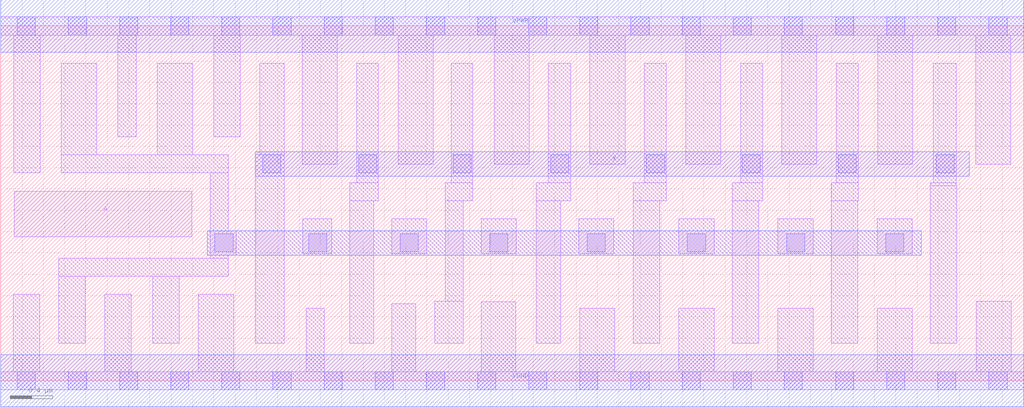
<source format=lef>
# Copyright 2020 The SkyWater PDK Authors
#
# Licensed under the Apache License, Version 2.0 (the "License");
# you may not use this file except in compliance with the License.
# You may obtain a copy of the License at
#
#     https://www.apache.org/licenses/LICENSE-2.0
#
# Unless required by applicable law or agreed to in writing, software
# distributed under the License is distributed on an "AS IS" BASIS,
# WITHOUT WARRANTIES OR CONDITIONS OF ANY KIND, either express or implied.
# See the License for the specific language governing permissions and
# limitations under the License.
#
# SPDX-License-Identifier: Apache-2.0

VERSION 5.5 ;
NAMESCASESENSITIVE ON ;
BUSBITCHARS "[]" ;
DIVIDERCHAR "/" ;
MACRO sky130_fd_sc_ls__clkbuf_16
  CLASS CORE ;
  SOURCE USER ;
  ORIGIN  0.000000  0.000000 ;
  SIZE  9.600000 BY  3.330000 ;
  SYMMETRY X Y ;
  SITE unit ;
  PIN A
    ANTENNAGATEAREA  0.924000 ;
    DIRECTION INPUT ;
    USE SIGNAL ;
    PORT
      LAYER li1 ;
        RECT 0.125000 1.350000 1.795000 1.780000 ;
    END
  END A
  PIN X
    ANTENNADIFFAREA  3.628800 ;
    DIRECTION OUTPUT ;
    USE SIGNAL ;
    PORT
      LAYER met1 ;
        RECT 2.390000 1.920000 9.090000 2.150000 ;
    END
  END X
  PIN VGND
    DIRECTION INOUT ;
    SHAPE ABUTMENT ;
    USE GROUND ;
    PORT
      LAYER met1 ;
        RECT 0.000000 -0.245000 9.600000 0.245000 ;
    END
  END VGND
  PIN VPWR
    DIRECTION INOUT ;
    SHAPE ABUTMENT ;
    USE POWER ;
    PORT
      LAYER met1 ;
        RECT 0.000000 3.085000 9.600000 3.575000 ;
    END
  END VPWR
  OBS
    LAYER li1 ;
      RECT 0.000000 -0.085000 9.600000 0.085000 ;
      RECT 0.000000  3.245000 9.600000 3.415000 ;
      RECT 0.115000  0.085000 0.365000 0.810000 ;
      RECT 0.120000  1.950000 0.370000 3.245000 ;
      RECT 0.545000  0.350000 0.795000 0.980000 ;
      RECT 0.545000  0.980000 2.135000 1.150000 ;
      RECT 0.570000  1.950000 2.135000 2.120000 ;
      RECT 0.570000  2.120000 0.900000 2.980000 ;
      RECT 0.975000  0.085000 1.225000 0.810000 ;
      RECT 1.100000  2.290000 1.270000 3.245000 ;
      RECT 1.425000  0.350000 1.675000 0.980000 ;
      RECT 1.470000  2.120000 1.800000 2.980000 ;
      RECT 1.855000  0.085000 2.185000 0.810000 ;
      RECT 1.965000  1.150000 2.135000 1.180000 ;
      RECT 1.965000  1.180000 2.210000 1.410000 ;
      RECT 1.965000  1.410000 2.135000 1.950000 ;
      RECT 2.000000  2.290000 2.250000 3.245000 ;
      RECT 2.390000  0.350000 2.660000 2.120000 ;
      RECT 2.430000  2.120000 2.660000 2.980000 ;
      RECT 2.830000  2.030000 3.160000 3.245000 ;
      RECT 2.835000  1.190000 3.105000 1.520000 ;
      RECT 2.865000  0.085000 3.035000 0.680000 ;
      RECT 3.275000  0.350000 3.500000 1.690000 ;
      RECT 3.275000  1.690000 3.545000 1.860000 ;
      RECT 3.340000  1.860000 3.545000 2.980000 ;
      RECT 3.670000  0.085000 3.895000 0.725000 ;
      RECT 3.670000  1.190000 4.000000 1.520000 ;
      RECT 3.730000  2.030000 4.060000 3.245000 ;
      RECT 4.075000  0.350000 4.340000 0.745000 ;
      RECT 4.170000  0.745000 4.340000 1.690000 ;
      RECT 4.170000  1.690000 4.430000 1.860000 ;
      RECT 4.230000  1.860000 4.430000 2.980000 ;
      RECT 4.510000  0.085000 4.835000 0.740000 ;
      RECT 4.510000  1.190000 4.840000 1.520000 ;
      RECT 4.630000  2.030000 4.960000 3.245000 ;
      RECT 5.025000  0.350000 5.255000 1.690000 ;
      RECT 5.025000  1.690000 5.350000 1.860000 ;
      RECT 5.140000  1.860000 5.350000 2.980000 ;
      RECT 5.425000  1.190000 5.755000 1.520000 ;
      RECT 5.435000  0.085000 5.765000 0.680000 ;
      RECT 5.530000  2.030000 5.860000 3.245000 ;
      RECT 5.935000  0.350000 6.185000 1.690000 ;
      RECT 5.935000  1.690000 6.245000 1.860000 ;
      RECT 6.040000  1.860000 6.245000 2.980000 ;
      RECT 6.365000  0.085000 6.695000 0.680000 ;
      RECT 6.365000  1.190000 6.695000 1.520000 ;
      RECT 6.430000  2.030000 6.760000 3.245000 ;
      RECT 6.865000  0.350000 7.115000 1.690000 ;
      RECT 6.865000  1.690000 7.150000 1.860000 ;
      RECT 6.945000  1.860000 7.150000 2.980000 ;
      RECT 7.295000  0.085000 7.625000 0.680000 ;
      RECT 7.295000  1.190000 7.625000 1.520000 ;
      RECT 7.330000  2.030000 7.660000 3.245000 ;
      RECT 7.795000  0.350000 8.045000 1.690000 ;
      RECT 7.795000  1.690000 8.050000 1.860000 ;
      RECT 7.840000  1.860000 8.050000 2.980000 ;
      RECT 8.225000  0.085000 8.555000 0.680000 ;
      RECT 8.225000  1.190000 8.555000 1.520000 ;
      RECT 8.230000  2.030000 8.560000 3.245000 ;
      RECT 8.725000  0.350000 8.975000 1.830000 ;
      RECT 8.725000  1.830000 8.970000 1.860000 ;
      RECT 8.750000  1.860000 8.970000 2.980000 ;
      RECT 9.150000  2.030000 9.480000 3.245000 ;
      RECT 9.155000  0.085000 9.485000 0.745000 ;
    LAYER mcon ;
      RECT 0.155000 -0.085000 0.325000 0.085000 ;
      RECT 0.155000  3.245000 0.325000 3.415000 ;
      RECT 0.635000 -0.085000 0.805000 0.085000 ;
      RECT 0.635000  3.245000 0.805000 3.415000 ;
      RECT 1.115000 -0.085000 1.285000 0.085000 ;
      RECT 1.115000  3.245000 1.285000 3.415000 ;
      RECT 1.595000 -0.085000 1.765000 0.085000 ;
      RECT 1.595000  3.245000 1.765000 3.415000 ;
      RECT 2.010000  1.210000 2.180000 1.380000 ;
      RECT 2.075000 -0.085000 2.245000 0.085000 ;
      RECT 2.075000  3.245000 2.245000 3.415000 ;
      RECT 2.460000  1.950000 2.630000 2.120000 ;
      RECT 2.555000 -0.085000 2.725000 0.085000 ;
      RECT 2.555000  3.245000 2.725000 3.415000 ;
      RECT 2.890000  1.210000 3.060000 1.380000 ;
      RECT 3.035000 -0.085000 3.205000 0.085000 ;
      RECT 3.035000  3.245000 3.205000 3.415000 ;
      RECT 3.360000  1.950000 3.530000 2.120000 ;
      RECT 3.515000 -0.085000 3.685000 0.085000 ;
      RECT 3.515000  3.245000 3.685000 3.415000 ;
      RECT 3.750000  1.210000 3.920000 1.380000 ;
      RECT 3.995000 -0.085000 4.165000 0.085000 ;
      RECT 3.995000  3.245000 4.165000 3.415000 ;
      RECT 4.245000  1.950000 4.415000 2.120000 ;
      RECT 4.475000 -0.085000 4.645000 0.085000 ;
      RECT 4.475000  3.245000 4.645000 3.415000 ;
      RECT 4.590000  1.210000 4.760000 1.380000 ;
      RECT 4.955000 -0.085000 5.125000 0.085000 ;
      RECT 4.955000  3.245000 5.125000 3.415000 ;
      RECT 5.160000  1.950000 5.330000 2.120000 ;
      RECT 5.435000 -0.085000 5.605000 0.085000 ;
      RECT 5.435000  3.245000 5.605000 3.415000 ;
      RECT 5.505000  1.210000 5.675000 1.380000 ;
      RECT 5.915000 -0.085000 6.085000 0.085000 ;
      RECT 5.915000  3.245000 6.085000 3.415000 ;
      RECT 6.060000  1.950000 6.230000 2.120000 ;
      RECT 6.395000 -0.085000 6.565000 0.085000 ;
      RECT 6.395000  3.245000 6.565000 3.415000 ;
      RECT 6.445000  1.210000 6.615000 1.380000 ;
      RECT 6.875000 -0.085000 7.045000 0.085000 ;
      RECT 6.875000  3.245000 7.045000 3.415000 ;
      RECT 6.960000  1.950000 7.130000 2.120000 ;
      RECT 7.355000 -0.085000 7.525000 0.085000 ;
      RECT 7.355000  3.245000 7.525000 3.415000 ;
      RECT 7.375000  1.210000 7.545000 1.380000 ;
      RECT 7.835000 -0.085000 8.005000 0.085000 ;
      RECT 7.835000  3.245000 8.005000 3.415000 ;
      RECT 7.860000  1.950000 8.030000 2.120000 ;
      RECT 8.305000  1.210000 8.475000 1.380000 ;
      RECT 8.315000 -0.085000 8.485000 0.085000 ;
      RECT 8.315000  3.245000 8.485000 3.415000 ;
      RECT 8.780000  1.950000 8.950000 2.120000 ;
      RECT 8.795000 -0.085000 8.965000 0.085000 ;
      RECT 8.795000  3.245000 8.965000 3.415000 ;
      RECT 9.275000 -0.085000 9.445000 0.085000 ;
      RECT 9.275000  3.245000 9.445000 3.415000 ;
    LAYER met1 ;
      RECT 1.940000 1.180000 8.640000 1.410000 ;
  END
END sky130_fd_sc_ls__clkbuf_16

</source>
